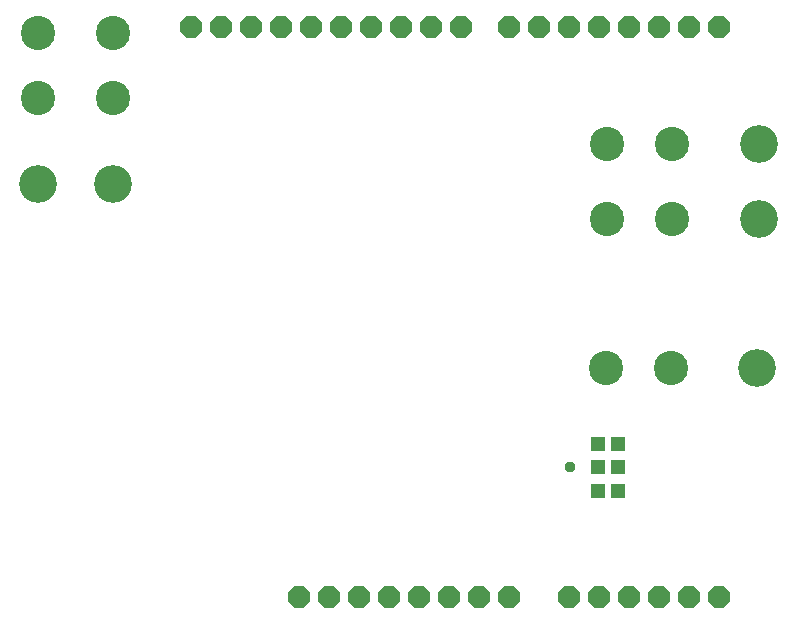
<source format=gbr>
G04 EAGLE Gerber RS-274X export*
G75*
%MOMM*%
%FSLAX34Y34*%
%LPD*%
%INSoldermask Top*%
%IPPOS*%
%AMOC8*
5,1,8,0,0,1.08239X$1,22.5*%
G01*
%ADD10P,2.034460X8X22.500000*%
%ADD11R,1.203200X1.303200*%
%ADD12R,1.303200X1.203200*%
%ADD13C,2.903200*%
%ADD14C,3.203200*%
%ADD15C,0.959600*%


D10*
X955040Y495300D03*
X929640Y12700D03*
X980440Y495300D03*
X1005840Y495300D03*
X1031240Y495300D03*
X1056640Y495300D03*
X929640Y495300D03*
X904240Y495300D03*
X878840Y495300D03*
X838200Y495300D03*
X812800Y495300D03*
X787400Y495300D03*
X762000Y495300D03*
X736600Y495300D03*
X711200Y495300D03*
X685800Y495300D03*
X660400Y495300D03*
X955040Y12700D03*
X980440Y12700D03*
X1005840Y12700D03*
X1031240Y12700D03*
X1056640Y12700D03*
X878840Y12700D03*
X853440Y12700D03*
X828040Y12700D03*
X802640Y12700D03*
X777240Y12700D03*
X751840Y12700D03*
X635000Y495300D03*
X609600Y495300D03*
X726440Y12700D03*
X701040Y12700D03*
D11*
X954160Y142240D03*
X971160Y142240D03*
X971160Y123190D03*
X954160Y123190D03*
D12*
X971160Y102870D03*
X954160Y102870D03*
D13*
X1016000Y207010D03*
X961000Y207010D03*
D14*
X1089000Y207010D03*
D13*
X1017270Y332740D03*
X962270Y332740D03*
D14*
X1090270Y332740D03*
D13*
X543560Y435610D03*
X543560Y490610D03*
D14*
X543560Y362610D03*
D13*
X480060Y435610D03*
X480060Y490610D03*
D14*
X480060Y362610D03*
D13*
X1017270Y396240D03*
X962270Y396240D03*
D14*
X1090270Y396240D03*
D15*
X930910Y123190D03*
M02*

</source>
